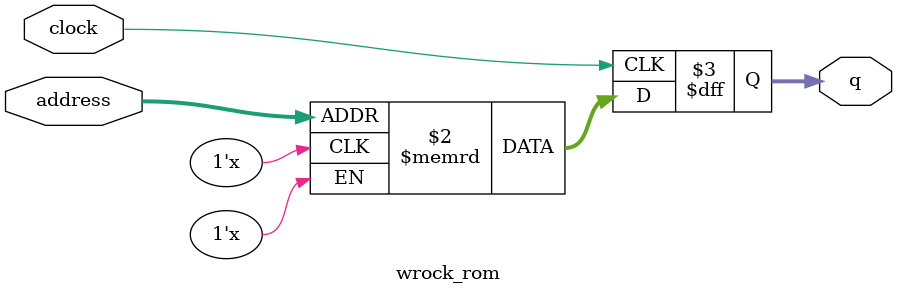
<source format=sv>
module wrock_rom (
	input logic clock,
	input logic [11:0] address,
	output logic [1:0] q
);

logic [1:0] memory [0:3024] /* synthesis ram_init_file = "./wrock/wrock.COE" */;

always_ff @ (posedge clock) begin
	q <= memory[address];
end

endmodule

</source>
